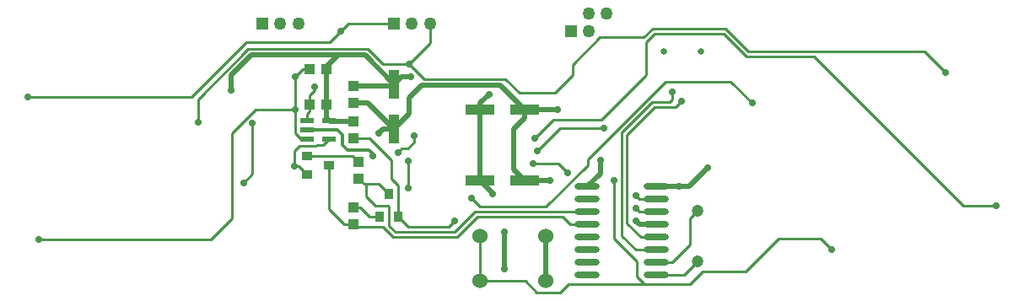
<source format=gbl>
%FSLAX25Y25*%
%MOIN*%
G70*
G01*
G75*
G04 Layer_Physical_Order=2*
G04 Layer_Color=16711680*
%ADD10C,0.05000*%
%ADD11R,0.03937X0.04331*%
%ADD12R,0.04331X0.03937*%
%ADD13R,0.07874X0.03937*%
%ADD14R,0.00984X0.11811*%
%ADD15R,0.07480X0.07480*%
%ADD16R,0.06890X0.04331*%
%ADD17R,0.06890X0.04331*%
%ADD18R,0.06890X0.13583*%
%ADD19R,0.05906X0.05118*%
%ADD20C,0.06000*%
%ADD21C,0.01969*%
%ADD22C,0.01000*%
%ADD23C,0.01181*%
%ADD24R,0.05000X0.04724*%
%ADD25C,0.02500*%
%ADD26R,0.05000X0.05000*%
%ADD27C,0.04724*%
%ADD28C,0.02756*%
%ADD29R,0.11811X0.03937*%
%ADD30R,0.05709X0.02165*%
%ADD31R,0.05709X0.02165*%
%ADD32R,0.03740X0.03937*%
%ADD33R,0.03937X0.03740*%
%ADD34O,0.09843X0.02756*%
%ADD35R,0.03937X0.11811*%
D10*
X365000Y343000D02*
D03*
X372000Y350000D02*
D03*
X365000D02*
D03*
X250173Y346000D02*
D03*
X243087D02*
D03*
X295087D02*
D03*
X302173D02*
D03*
D11*
X272000Y314654D02*
D03*
Y321346D02*
D03*
X274000Y284654D02*
D03*
Y291346D02*
D03*
X272000Y307346D02*
D03*
Y300654D02*
D03*
Y266654D02*
D03*
Y273346D02*
D03*
D12*
X254654Y314000D02*
D03*
X261346D02*
D03*
X254654Y328000D02*
D03*
X261346D02*
D03*
D20*
X322016Y244087D02*
D03*
Y262000D02*
D03*
X348000D02*
D03*
Y244087D02*
D03*
D21*
X339625Y312000D02*
X352500D01*
X276500Y333500D02*
X288000Y322000D01*
X272000Y321346D02*
X287346D01*
X223500Y319500D02*
Y325500D01*
X272000Y314654D02*
X277721D01*
X288000Y304375D01*
X282000Y302742D02*
X283633Y304375D01*
X288000D01*
X223500Y325500D02*
X231500Y333500D01*
X261346Y328846D02*
X266000Y333500D01*
X276500D01*
X231500D02*
X266000D01*
X261346Y324000D02*
Y328846D01*
Y316000D02*
Y324000D01*
Y308626D02*
Y316000D01*
Y308626D02*
X262626Y307346D01*
X272000D01*
X404697Y281500D02*
X412000Y288803D01*
X400500Y281500D02*
X404697D01*
X330125Y321500D02*
X339625Y312000D01*
X299000Y321500D02*
X330125D01*
X294000Y316500D02*
X299000Y321500D01*
X331500Y249000D02*
Y263500D01*
X348000Y244087D02*
Y262000D01*
X327000Y278500D02*
Y279000D01*
X322000Y284000D02*
X327000Y279000D01*
X322000Y284000D02*
Y312000D01*
X294000Y310375D02*
Y316500D01*
X288000Y304375D02*
X294000Y310375D01*
X339625Y284000D02*
X349500D01*
X335430Y288195D02*
X339625Y284000D01*
X335430Y288195D02*
Y304375D01*
X339625Y308570D01*
Y312000D01*
X291000Y325000D02*
X294500D01*
X288000Y322000D02*
X291000Y325000D01*
X322000Y312000D02*
Y314500D01*
X325500Y318000D01*
X369500Y286583D02*
Y292000D01*
X364417Y281500D02*
X369500Y286583D01*
X383500Y268000D02*
X385000Y266500D01*
X391583D01*
Y281500D02*
X400500D01*
D22*
X419152Y343848D02*
X428000Y335000D01*
X390172Y344000D02*
X419000D01*
X358500Y325500D02*
Y329684D01*
X419000Y344000D02*
X419152Y343848D01*
X386672Y340500D02*
X390172Y344000D01*
X369316Y340500D02*
X386672D01*
X358500Y329684D02*
X369316Y340500D01*
X278429Y269571D02*
X282260D01*
X274654Y273346D02*
X278429Y269571D01*
X272000Y273346D02*
X274654D01*
X143335Y316835D02*
X207835D01*
X229500Y338500D01*
X262500D01*
X267000Y343000D01*
X233430Y312000D02*
X249000D01*
X224000Y269000D02*
Y302570D01*
X233430Y312000D01*
X228500Y283000D02*
X232000Y286500D01*
Y306500D01*
X293500Y281000D02*
Y291500D01*
X289500Y295000D02*
X291000Y296500D01*
X293500D01*
X210500Y307000D02*
Y316013D01*
X230471Y335984D01*
X277529D01*
X283513Y330000D01*
X294000D01*
X267000Y343000D02*
X270000Y346000D01*
X288000D01*
X252000Y328000D02*
X254654D01*
X249000Y325000D02*
X252000Y328000D01*
X254654Y317654D02*
X256500Y319500D01*
Y321000D01*
X254654Y314000D02*
Y316000D01*
Y311154D02*
Y314000D01*
Y317654D01*
X249000Y312000D02*
Y325000D01*
Y302709D02*
Y312000D01*
X147500Y260500D02*
X215500D01*
X224000Y269000D01*
X287000Y284500D02*
Y292000D01*
X278346Y300654D02*
X287000Y292000D01*
X272000Y300654D02*
X278346D01*
X253768Y310268D02*
X254654Y311154D01*
X253768Y307740D02*
Y310268D01*
X251450Y300260D02*
X253768D01*
X249000Y302709D02*
X251450Y300260D01*
X293500Y296500D02*
X296083Y299083D01*
Y301417D01*
X259870Y297898D02*
X262232Y300260D01*
X257464Y297898D02*
X259870D01*
X257243Y297677D02*
X257464Y297898D01*
X250677Y297677D02*
X257243D01*
X248500Y295500D02*
X250677Y297677D01*
X248500Y289500D02*
Y295500D01*
X250331Y289500D02*
X253571Y286260D01*
X248500Y289500D02*
X250331D01*
X262429Y272571D02*
Y290000D01*
Y272571D02*
X268346Y266654D01*
X272000D01*
X253571Y293740D02*
X271606D01*
X274000Y291346D01*
X302173Y338173D02*
Y346000D01*
X294000Y330000D02*
X302173Y338173D01*
X351500Y318500D02*
X358500Y325500D01*
X405002Y269002D02*
X408000Y272000D01*
X405002Y258502D02*
Y269002D01*
X398000Y319000D02*
X398244D01*
X399320Y312820D02*
X401750Y315250D01*
X318500Y277000D02*
X322000Y273500D01*
X353500Y304500D02*
X371000D01*
X337500Y318500D02*
X351500D01*
X332000Y324000D02*
X337500Y318500D01*
X300000Y324000D02*
X332000D01*
X294000Y330000D02*
X300000Y324000D01*
X344500Y295500D02*
X353500Y304500D01*
X395371Y323000D02*
X421000D01*
X364500Y290000D02*
Y292129D01*
X390848Y312820D02*
X399320D01*
X380000Y301972D02*
X390848Y312820D01*
X380000Y267000D02*
Y301972D01*
X390020Y314820D02*
X397000D01*
X378000Y302800D02*
X390020Y314820D01*
X378000Y262000D02*
Y302800D01*
X364500Y292129D02*
X395371Y323000D01*
X513000Y274000D02*
X526000D01*
X454000Y333000D02*
X513000Y274000D01*
X427172Y333000D02*
X454000D01*
X418172Y342000D02*
X427172Y333000D01*
X391000Y342000D02*
X418172D01*
X387500Y338500D02*
X391000Y342000D01*
X387500Y325500D02*
Y338500D01*
X370000Y308000D02*
X387500Y325500D01*
X351000Y308000D02*
X370000D01*
X343500Y300500D02*
X351000Y308000D01*
X348000Y273500D02*
X364500Y290000D01*
X344413Y239587D02*
X353614D01*
X339913Y244087D02*
X344413Y239587D01*
X322016Y244087D02*
X339913D01*
X353614Y239587D02*
X357028Y243000D01*
X322016Y244087D02*
Y262000D01*
X357028Y243000D02*
X387000D01*
X421000Y323000D02*
X429500Y314500D01*
X322000Y273500D02*
X348000D01*
X497500Y335000D02*
X506000Y326500D01*
X428000Y335000D02*
X497500D01*
X456500Y261000D02*
X461000Y256500D01*
X440000Y261000D02*
X456500D01*
X427000Y248000D02*
X440000Y261000D01*
X410000Y248000D02*
X427000D01*
X405000Y243000D02*
X410000Y248000D01*
X387000Y243000D02*
X405000D01*
X384000Y246000D02*
X387000Y243000D01*
X384000Y246000D02*
Y252000D01*
X375000Y261000D02*
X384000Y252000D01*
X375000Y261000D02*
Y284000D01*
X353000Y290500D02*
X356500Y287000D01*
X343000Y290500D02*
X353000D01*
X272000Y266654D02*
X273154Y265500D01*
X283672D01*
X287673Y261498D01*
X312826D01*
X320828Y269500D01*
X354500D01*
X357500Y266500D01*
X364417D01*
X320000Y271500D02*
X364417D01*
X311998Y263498D02*
X320000Y271500D01*
X288502Y263498D02*
X311998D01*
X286000Y266000D02*
X288502Y263498D01*
X286000Y266000D02*
Y273500D01*
X285500Y274000D02*
X286000Y273500D01*
X280500Y274000D02*
X285500D01*
X277000Y277500D02*
X280500Y274000D01*
X277000Y277500D02*
Y282500D01*
X281929D01*
X276154D02*
X277000D01*
X281929D02*
X286000Y278429D01*
X274000Y284654D02*
X276154Y282500D01*
X289500Y269811D02*
X289740Y269571D01*
X293813Y265498D01*
X287000Y284500D02*
X289500Y282000D01*
Y269811D02*
Y282000D01*
X293813Y265498D02*
X309498D01*
X312000Y268000D01*
X383500Y278000D02*
X385000Y276500D01*
X391583D01*
X383500Y273000D02*
X385000Y271500D01*
X391583D01*
X378000Y262000D02*
X383500Y256500D01*
X380000Y267000D02*
X385500Y261500D01*
X398000Y251500D02*
X405002Y258502D01*
X391583Y251500D02*
X398000D01*
X383500Y256500D02*
X391583D01*
X397000Y314820D02*
X398000Y315820D01*
Y319000D01*
X385500Y261500D02*
X391583D01*
X402500Y246500D02*
X408000Y252000D01*
X391583Y246500D02*
X402500D01*
D23*
X279500Y293500D02*
Y294500D01*
X278000Y296000D02*
X279500Y294500D01*
X269500Y296000D02*
X278000D01*
X267500Y298000D02*
X269500Y296000D01*
X267500Y298000D02*
Y302000D01*
X265500Y304000D02*
X267500Y302000D01*
X253768Y304000D02*
X265500D01*
D24*
X358000Y343000D02*
D03*
D25*
X409480Y335071D02*
D03*
X394520D02*
D03*
D26*
X236000Y346000D02*
D03*
X288000D02*
D03*
D27*
X408000Y272000D02*
D03*
Y252000D02*
D03*
D28*
X352500Y312000D02*
D03*
X412000Y288803D02*
D03*
X401750Y315250D02*
D03*
X143335Y316835D02*
D03*
X228500Y283000D02*
D03*
X232000Y306500D02*
D03*
X293500Y281000D02*
D03*
Y291500D02*
D03*
X210500Y307000D02*
D03*
X267000Y343000D02*
D03*
X249000Y325000D02*
D03*
X256500Y321000D02*
D03*
X147500Y260500D02*
D03*
X282000Y302742D02*
D03*
X279500Y293500D02*
D03*
X249000Y312000D02*
D03*
X289500Y295000D02*
D03*
X296083Y301417D02*
D03*
X248500Y289500D02*
D03*
X223500Y319500D02*
D03*
X325500Y318000D02*
D03*
X371000Y304500D02*
D03*
X344500Y295500D02*
D03*
X526000Y274000D02*
D03*
X343500Y300500D02*
D03*
X331500Y263500D02*
D03*
Y249000D02*
D03*
X429500Y314500D02*
D03*
X318500Y277000D02*
D03*
X506000Y326500D02*
D03*
X294000Y330000D02*
D03*
X461000Y256500D02*
D03*
X375000Y284000D02*
D03*
X356500Y287000D02*
D03*
X343000Y290500D02*
D03*
X312000Y268000D02*
D03*
X327000Y278500D02*
D03*
X349500Y284000D02*
D03*
X294500Y325000D02*
D03*
X369500Y292000D02*
D03*
X383500Y278000D02*
D03*
Y273000D02*
D03*
Y268000D02*
D03*
X398000Y319000D02*
D03*
X400500Y281500D02*
D03*
D29*
X322000Y312000D02*
D03*
X339625D02*
D03*
X322000Y284000D02*
D03*
X339625D02*
D03*
D30*
X262232Y300260D02*
D03*
Y307740D02*
D03*
X253768D02*
D03*
Y304000D02*
D03*
D31*
Y300260D02*
D03*
D32*
X289740Y269571D02*
D03*
X282260D02*
D03*
X286000Y278429D02*
D03*
D33*
X253571Y286260D02*
D03*
Y293740D02*
D03*
X262429Y290000D02*
D03*
D34*
X391583Y281500D02*
D03*
Y276500D02*
D03*
Y271500D02*
D03*
Y266500D02*
D03*
Y261500D02*
D03*
Y256500D02*
D03*
Y251500D02*
D03*
Y246500D02*
D03*
X364417Y281500D02*
D03*
Y276500D02*
D03*
Y271500D02*
D03*
Y266500D02*
D03*
Y261500D02*
D03*
Y256500D02*
D03*
Y251500D02*
D03*
Y246500D02*
D03*
D35*
X288000Y322000D02*
D03*
Y304375D02*
D03*
M02*

</source>
